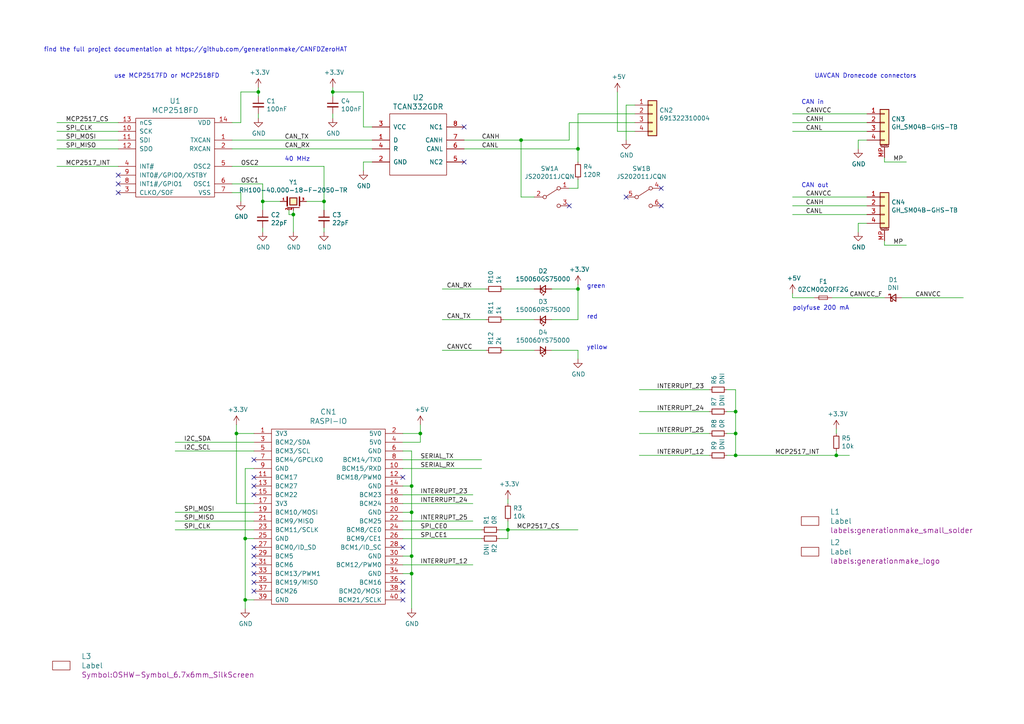
<source format=kicad_sch>
(kicad_sch (version 20211123) (generator eeschema)
  (paper "A4")
  (title_block (title "CANFDZeroHAT") (date "2023-08-24") (rev "0.3") (company "generationmake"))
  (lib_symbols
    (symbol "CANFDZeroHAT-rescue:Crystal_SMD_4Pad-devices" (pin_names (offset 1.016) hide)
      (property "Reference" "Y" (at 0 2.286 0))
      (property "Value" "Crystal_SMD_4Pad-devices" (at 2.54 -2.54 0))
      (symbol "Crystal_SMD_4Pad-devices_0_1"
        (polyline (pts (xy -1.778 -1.778) (xy 1.778 -1.778)))
        (polyline (pts (xy -1.778 -1.778) (xy 1.778 -1.778)))
        (polyline (pts (xy -1.778 1.27) (xy -1.778 -1.27)) (stroke (width 0.4064)))
        (polyline (pts (xy -1.778 1.27) (xy -1.778 -1.27)) (stroke (width 0.4064)))
        (polyline (pts (xy 1.778 1.27) (xy 1.778 -1.27)) (stroke (width 0.4064)))
        (polyline (pts (xy -1.016 1.016) (xy 1.016 1.016) (xy 1.016 -1.016) (xy -1.016 -1.016) (xy -1.016 1.016)) (stroke (width 0.3048)) (fill (type background)))
      )
      (symbol "Crystal_SMD_4Pad-devices_1_1"
        (pin passive line (at -3.81 0 0) (length 1.905) (name "1") (number "1"))
        (pin passive line (at -1.27 -2.54 90) (length 0.7112) (name "case") (number "2"))
        (pin passive line (at 3.81 0 180) (length 1.905) (name "3") (number "3"))
        (pin passive line (at 0 -2.54 90) (length 0.7112) (name "case") (number "4"))
      )
    )
    (symbol "CANFDZeroHAT-rescue:MCP2517FD-IC_transceiver_can" (pin_names (offset 1.016))
      (property "Reference" "U" (at 0 12.7 0))
      (property "Value" "MCP2517FD-IC_transceiver_can" (at 0 -12.7 0))
      (property "Footprint" "SOIC:SOIC-14_3.9x8.7mm_Pitch1.27mm" (at -2.54 10.16 0))
      (symbol "MCP2517FD-IC_transceiver_can_0_1"
        (rectangle (start -11.43 11.43) (end 11.43 -11.43))
      )
      (symbol "MCP2517FD-IC_transceiver_can_1_1"
        (pin input line (at 16.51 5.08 180) (length 5.08) (name "TXCAN") (number "1"))
        (pin input line (at -16.51 7.62 0) (length 5.08) (name "SCK") (number "10"))
        (pin input line (at -16.51 5.08 0) (length 5.08) (name "SDI") (number "11"))
        (pin input line (at -16.51 2.54 0) (length 5.08) (name "SDO") (number "12"))
        (pin input line (at -16.51 10.16 0) (length 5.08) (name "nCS") (number "13"))
        (pin input line (at 16.51 10.16 180) (length 5.08) (name "VDD") (number "14"))
        (pin input line (at 16.51 2.54 180) (length 5.08) (name "RXCAN") (number "2"))
        (pin input line (at -16.51 -10.16 0) (length 5.08) (name "CLKO/SOF") (number "3"))
        (pin input line (at -16.51 -2.54 0) (length 5.08) (name "INT#") (number "4"))
        (pin input line (at 16.51 -2.54 180) (length 5.08) (name "OSC2") (number "5"))
        (pin input line (at 16.51 -7.62 180) (length 5.08) (name "OSC1") (number "6"))
        (pin input line (at 16.51 -10.16 180) (length 5.08) (name "VSS") (number "7"))
        (pin input line (at -16.51 -7.62 0) (length 5.08) (name "INT1#/GPIO1") (number "8"))
        (pin input line (at -16.51 -5.08 0) (length 5.08) (name "INT0#/GPIO0/XSTBY") (number "9"))
      )
    )
    (symbol "CANFDZeroHAT-rescue:RASPI-IO-MODULE_compute" (pin_names (offset 1.016))
      (property "Reference" "CN" (at 0 26.67 0))
      (property "Value" "RASPI-IO-MODULE_compute" (at 0 -26.67 0))
      (symbol "RASPI-IO-MODULE_compute_0_1"
        (rectangle (start -16.51 25.4) (end 16.51 -25.4))
      )
      (symbol "RASPI-IO-MODULE_compute_1_1"
        (pin input line (at -21.59 24.13 0) (length 5.08) (name "3V3") (number "1"))
        (pin input line (at 21.59 13.97 180) (length 5.08) (name "BCM15/RXD") (number "10"))
        (pin input line (at -21.59 11.43 0) (length 5.08) (name "BCM17") (number "11"))
        (pin input line (at 21.59 11.43 180) (length 5.08) (name "BCM18/PWM0") (number "12"))
        (pin input line (at -21.59 8.89 0) (length 5.08) (name "BCM27") (number "13"))
        (pin input line (at 21.59 8.89 180) (length 5.08) (name "GND") (number "14"))
        (pin input line (at -21.59 6.35 0) (length 5.08) (name "BCM22") (number "15"))
        (pin input line (at 21.59 6.35 180) (length 5.08) (name "BCM23") (number "16"))
        (pin input line (at -21.59 3.81 0) (length 5.08) (name "3V3") (number "17"))
        (pin input line (at 21.59 3.81 180) (length 5.08) (name "BCM24") (number "18"))
        (pin input line (at -21.59 1.27 0) (length 5.08) (name "BCM10/MOSI") (number "19"))
        (pin input line (at 21.59 24.13 180) (length 5.08) (name "5V0") (number "2"))
        (pin input line (at 21.59 1.27 180) (length 5.08) (name "GND") (number "20"))
        (pin input line (at -21.59 -1.27 0) (length 5.08) (name "BCM9/MISO") (number "21"))
        (pin input line (at 21.59 -1.27 180) (length 5.08) (name "BCM25") (number "22"))
        (pin input line (at -21.59 -3.81 0) (length 5.08) (name "BCM11/SCLK") (number "23"))
        (pin input line (at 21.59 -3.81 180) (length 5.08) (name "BCM8/CE0") (number "24"))
        (pin input line (at -21.59 -6.35 0) (length 5.08) (name "GND") (number "25"))
        (pin input line (at 21.59 -6.35 180) (length 5.08) (name "BCM9/CE1") (number "26"))
        (pin input line (at -21.59 -8.89 0) (length 5.08) (name "BCM0/ID_SD") (number "27"))
        (pin input line (at 21.59 -8.89 180) (length 5.08) (name "BCM1/ID_SC") (number "28"))
        (pin input line (at -21.59 -11.43 0) (length 5.08) (name "BCM5") (number "29"))
        (pin input line (at -21.59 21.59 0) (length 5.08) (name "BCM2/SDA") (number "3"))
        (pin input line (at 21.59 -11.43 180) (length 5.08) (name "GND") (number "30"))
        (pin input line (at -21.59 -13.97 0) (length 5.08) (name "BCM6") (number "31"))
        (pin input line (at 21.59 -13.97 180) (length 5.08) (name "BCM12/PWM0") (number "32"))
        (pin input line (at -21.59 -16.51 0) (length 5.08) (name "BCM13/PWM1") (number "33"))
        (pin input line (at 21.59 -16.51 180) (length 5.08) (name "GND") (number "34"))
        (pin input line (at -21.59 -19.05 0) (length 5.08) (name "BCM19/MISO") (number "35"))
        (pin input line (at 21.59 -19.05 180) (length 5.08) (name "BCM16") (number "36"))
        (pin input line (at -21.59 -21.59 0) (length 5.08) (name "BCM26") (number "37"))
        (pin input line (at 21.59 -21.59 180) (length 5.08) (name "BCM20/MOSI") (number "38"))
        (pin input line (at -21.59 -24.13 0) (length 5.08) (name "GND") (number "39"))
        (pin input line (at 21.59 21.59 180) (length 5.08) (name "5V0") (number "4"))
        (pin input line (at 21.59 -24.13 180) (length 5.08) (name "BCM21/SCLK") (number "40"))
        (pin input line (at -21.59 19.05 0) (length 5.08) (name "BCM3/SCL") (number "5"))
        (pin input line (at 21.59 19.05 180) (length 5.08) (name "GND") (number "6"))
        (pin input line (at -21.59 16.51 0) (length 5.08) (name "BCM4/GPCLK0") (number "7"))
        (pin input line (at 21.59 16.51 180) (length 5.08) (name "BCM14/TXD") (number "8"))
        (pin input line (at -21.59 13.97 0) (length 5.08) (name "GND") (number "9"))
      )
    )
    (symbol "CANFDZeroHAT-rescue:SN65HVD232-CAN-transceiver" (pin_names (offset 1.016))
      (property "Reference" "U" (at 12.7 16.51 0))
      (property "Value" "SN65HVD232-CAN-transceiver" (at 12.7 1.27 0))
      (symbol "SN65HVD232-CAN-transceiver_0_1"
        (rectangle (start 5.08 17.78) (end 21.59 0))
      )
      (symbol "SN65HVD232-CAN-transceiver_1_1"
        (pin output line (at 0 10.16 0) (length 5.08) (name "D") (number "1"))
        (pin power_in line (at 0 3.81 0) (length 5.08) (name "GND") (number "2"))
        (pin power_in line (at 0 13.97 0) (length 5.08) (name "VCC") (number "3"))
        (pin input line (at 0 7.62 0) (length 5.08) (name "R") (number "4"))
        (pin bidirectional line (at 26.67 3.81 180) (length 5.08) (name "NC2") (number "5"))
        (pin bidirectional line (at 26.67 7.62 180) (length 5.08) (name "CANL") (number "6"))
        (pin bidirectional line (at 26.67 10.16 180) (length 5.08) (name "CANH") (number "7"))
        (pin bidirectional line (at 26.67 13.97 180) (length 5.08) (name "NC1") (number "8"))
      )
    )
    (symbol "Connector_Generic:Conn_01x04" (pin_names (offset 1.016) hide)
      (property "Reference" "J" (at 0 5.08 0))
      (property "Value" "Conn_01x04" (at 0 -7.62 0))
      (symbol "Conn_01x04_1_1"
        (rectangle (start -1.27 -4.953) (end 0 -5.207) (stroke (width 0.1524)))
        (rectangle (start -1.27 -2.413) (end 0 -2.667) (stroke (width 0.1524)))
        (rectangle (start -1.27 0.127) (end 0 -0.127) (stroke (width 0.1524)))
        (rectangle (start -1.27 2.667) (end 0 2.413) (stroke (width 0.1524)))
        (rectangle (start -1.27 3.81) (end 1.27 -6.35) (stroke (width 0.254)) (fill (type background)))
        (pin passive line (at -5.08 2.54 0) (length 3.81) (name "Pin_1") (number "1"))
        (pin passive line (at -5.08 0 0) (length 3.81) (name "Pin_2") (number "2"))
        (pin passive line (at -5.08 -2.54 0) (length 3.81) (name "Pin_3") (number "3"))
        (pin passive line (at -5.08 -5.08 0) (length 3.81) (name "Pin_4") (number "4"))
      )
    )
    (symbol "Connector_Generic_MountingPin:Conn_01x04_MountingPin" (pin_names (offset 1.016) hide)
      (property "Reference" "J" (at 0 5.08 0))
      (property "Value" "Conn_01x04_MountingPin" (at 1.27 -7.62 0))
      (symbol "Conn_01x04_MountingPin_1_1"
        (rectangle (start -1.27 -4.953) (end 0 -5.207) (stroke (width 0.1524)))
        (rectangle (start -1.27 -2.413) (end 0 -2.667) (stroke (width 0.1524)))
        (rectangle (start -1.27 0.127) (end 0 -0.127) (stroke (width 0.1524)))
        (rectangle (start -1.27 2.667) (end 0 2.413) (stroke (width 0.1524)))
        (rectangle (start -1.27 3.81) (end 1.27 -6.35) (stroke (width 0.254)) (fill (type background)))
        (polyline (pts (xy -1.016 -7.112) (xy 1.016 -7.112)) (stroke (width 0.1524)))
        (text "Mounting" (at 0 -6.731 0) (effects (font (size 0.381 0.381))))
        (pin passive line (at -5.08 2.54 0) (length 3.81) (name "Pin_1") (number "1"))
        (pin passive line (at -5.08 0 0) (length 3.81) (name "Pin_2") (number "2"))
        (pin passive line (at -5.08 -2.54 0) (length 3.81) (name "Pin_3") (number "3"))
        (pin passive line (at -5.08 -5.08 0) (length 3.81) (name "Pin_4") (number "4"))
        (pin passive line (at 0 -10.16 90) (length 3.048) (name "MountPin") (number "MP"))
      )
    )
    (symbol "Device:C_Small" (pin_numbers hide) (pin_names (offset 0.254) hide)
      (property "Reference" "C" (at 0.254 1.778 0))
      (property "Value" "C_Small" (at 0.254 -2.032 0))
      (symbol "C_Small_0_1"
        (polyline (pts (xy -1.524 -0.508) (xy 1.524 -0.508)) (stroke (width 0.3302)))
        (polyline (pts (xy -1.524 0.508) (xy 1.524 0.508)) (stroke (width 0.3048)))
      )
      (symbol "C_Small_1_1"
        (pin passive line (at 0 2.54 270) (length 2.032) (name "~") (number "1"))
        (pin passive line (at 0 -2.54 90) (length 2.032) (name "~") (number "2"))
      )
    )
    (symbol "Device:D_Schottky_Small" (pin_numbers hide) (pin_names (offset 0.254) hide)
      (property "Reference" "D" (at -1.27 2.032 0))
      (property "Value" "D_Schottky_Small" (at -7.112 -2.032 0))
      (symbol "D_Schottky_Small_0_1"
        (polyline (pts (xy -0.762 0) (xy 0.762 0)))
        (polyline (pts (xy 0.762 -1.016) (xy -0.762 0) (xy 0.762 1.016) (xy 0.762 -1.016)) (stroke (width 0.254)))
        (polyline (pts (xy -1.27 0.762) (xy -1.27 1.016) (xy -0.762 1.016) (xy -0.762 -1.016) (xy -0.254 -1.016) (xy -0.254 -0.762)) (stroke (width 0.254)))
      )
      (symbol "D_Schottky_Small_1_1"
        (pin passive line (at -2.54 0 0) (length 1.778) (name "K") (number "1"))
        (pin passive line (at 2.54 0 180) (length 1.778) (name "A") (number "2"))
      )
    )
    (symbol "Device:Fuse_Small" (pin_numbers hide) (pin_names (offset 0.254) hide)
      (property "Reference" "F" (at 0 -1.524 0))
      (property "Value" "Fuse_Small" (at 0 1.524 0))
      (symbol "Fuse_Small_0_1"
        (rectangle (start -1.27 0.508) (end 1.27 -0.508))
        (polyline (pts (xy -1.27 0) (xy 1.27 0)))
      )
      (symbol "Fuse_Small_1_1"
        (pin passive line (at -2.54 0 0) (length 1.27) (name "~") (number "1"))
        (pin passive line (at 2.54 0 180) (length 1.27) (name "~") (number "2"))
      )
    )
    (symbol "Device:LED_Small" (pin_numbers hide) (pin_names (offset 0.254) hide)
      (property "Reference" "D" (at -1.27 3.175 0))
      (property "Value" "LED_Small" (at -4.445 -2.54 0))
      (symbol "LED_Small_0_1"
        (polyline (pts (xy -0.762 -1.016) (xy -0.762 1.016)) (stroke (width 0.254)))
        (polyline (pts (xy 1.016 0) (xy -0.762 0)))
        (polyline (pts (xy 0.762 -1.016) (xy -0.762 0) (xy 0.762 1.016) (xy 0.762 -1.016)) (stroke (width 0.254)))
        (polyline (pts (xy 0 0.762) (xy -0.508 1.27) (xy -0.254 1.27) (xy -0.508 1.27) (xy -0.508 1.016)))
        (polyline (pts (xy 0.508 1.27) (xy 0 1.778) (xy 0.254 1.778) (xy 0 1.778) (xy 0 1.524)))
      )
      (symbol "LED_Small_1_1"
        (pin passive line (at -2.54 0 0) (length 1.778) (name "K") (number "1"))
        (pin passive line (at 2.54 0 180) (length 1.778) (name "A") (number "2"))
      )
    )
    (symbol "Device:R_Small" (pin_numbers hide) (pin_names (offset 0.254) hide)
      (property "Reference" "R" (at 0.762 0.508 0))
      (property "Value" "R_Small" (at 0.762 -1.016 0))
      (symbol "R_Small_0_1"
        (rectangle (start -0.762 1.778) (end 0.762 -1.778) (stroke (width 0.2032)))
      )
      (symbol "R_Small_1_1"
        (pin passive line (at 0 2.54 270) (length 0.762) (name "~") (number "1"))
        (pin passive line (at 0 -2.54 90) (length 0.762) (name "~") (number "2"))
      )
    )
    (symbol "Switch:SW_DPDT_x2" (pin_names (offset 0) hide)
      (property "Reference" "SW" (at 0 4.318 0))
      (property "Value" "SW_DPDT_x2" (at 0 -5.08 0))
      (symbol "SW_DPDT_x2_0_0"
        (circle (center -2.032 0) (radius 0.508))
        (circle (center 2.032 -2.54) (radius 0.508))
      )
      (symbol "SW_DPDT_x2_0_1"
        (polyline (pts (xy -1.524 0.254) (xy 1.651 2.286)))
        (circle (center 2.032 2.54) (radius 0.508))
      )
      (symbol "SW_DPDT_x2_1_1"
        (pin passive line (at 5.08 2.54 180) (length 2.54) (name "A") (number "1"))
        (pin passive line (at -5.08 0 0) (length 2.54) (name "B") (number "2"))
        (pin passive line (at 5.08 -2.54 180) (length 2.54) (name "C") (number "3"))
      )
      (symbol "SW_DPDT_x2_2_1"
        (pin passive line (at 5.08 2.54 180) (length 2.54) (name "A") (number "4"))
        (pin passive line (at -5.08 0 0) (length 2.54) (name "B") (number "5"))
        (pin passive line (at 5.08 -2.54 180) (length 2.54) (name "C") (number "6"))
      )
    )
    (symbol "generationmake:Label"
      (property "Reference" "L" (at 0 0 0))
      (property "Value" "Label" (at 0 0 0))
      (symbol "Label_0_1"
        (rectangle (start -2.54 1.27) (end 2.54 -1.27))
      )
    )
    (symbol "power:+3.3V" (power) (pin_names (offset 0))
      (property "Value" "+3.3V" (at 0 3.556 0))
      (symbol "+3.3V_0_1"
        (polyline (pts (xy -0.762 1.27) (xy 0 2.54)))
        (polyline (pts (xy 0 0) (xy 0 2.54)))
        (polyline (pts (xy 0 2.54) (xy 0.762 1.27)))
      )
      (symbol "+3.3V_1_1"
        (pin power_in line (at 0 0 90) (length 0) hide (name "+3.3V") (number "1"))
      )
    )
    (symbol "power:+5V" (power) (pin_names (offset 0))
      (property "Value" "+5V" (at 0 3.556 0))
      (symbol "+5V_0_1"
        (polyline (pts (xy -0.762 1.27) (xy 0 2.54)))
        (polyline (pts (xy 0 0) (xy 0 2.54)))
        (polyline (pts (xy 0 2.54) (xy 0.762 1.27)))
      )
      (symbol "+5V_1_1"
        (pin power_in line (at 0 0 90) (length 0) hide (name "+5V") (number "1"))
      )
    )
    (symbol "power:GND" (power) (pin_names (offset 0))
      (property "Value" "GND" (at 0 -3.81 0))
      (symbol "GND_0_1"
        (polyline (pts (xy 0 0) (xy 0 -1.27) (xy 1.27 -1.27) (xy 0 -2.54) (xy -1.27 -1.27) (xy 0 -1.27)))
      )
      (symbol "GND_1_1"
        (pin power_in line (at 0 0 270) (length 0) hide (name "GND") (number "1"))
      )
    )
  )
  (junction (at 71.12 173.99))
  (junction (at 85.09 62.23))
  (junction (at 96.52 26.67))
  (junction (at 93.98 58.42))
  (junction (at 167.64 43.18))
  (junction (at 68.58 125.73))
  (junction (at 71.12 156.21))
  (junction (at 76.2 58.42))
  (junction (at 119.38 166.37))
  (junction (at 213.36 132.08))
  (junction (at 213.36 125.73))
  (junction (at 167.64 83.82))
  (junction (at 213.36 119.38))
  (junction (at 119.38 148.59))
  (junction (at 242.57 132.08))
  (junction (at 74.93 26.67))
  (junction (at 147.32 153.67))
  (junction (at 119.38 161.29))
  (junction (at 119.38 140.97))
  (junction (at 121.92 125.73))
  (junction (at 151.13 40.64))
  (no_connect (at 134.62 46.99))
  (no_connect (at 73.66 138.43))
  (no_connect (at 73.66 140.97))
  (no_connect (at 73.66 171.45))
  (no_connect (at 165.1 59.69))
  (no_connect (at 73.66 168.91))
  (no_connect (at 73.66 166.37))
  (no_connect (at 73.66 133.35))
  (no_connect (at 73.66 143.51))
  (no_connect (at 73.66 161.29))
  (no_connect (at 134.62 36.83))
  (no_connect (at 191.77 54.61))
  (no_connect (at 116.84 168.91))
  (no_connect (at 116.84 158.75))
  (no_connect (at 116.84 173.99))
  (no_connect (at 181.61 57.15))
  (no_connect (at 191.77 59.69))
  (no_connect (at 34.29 55.88))
  (no_connect (at 116.84 171.45))
  (no_connect (at 34.29 53.34))
  (no_connect (at 116.84 138.43))
  (no_connect (at 73.66 163.83))
  (no_connect (at 34.29 50.8))
  (no_connect (at 73.66 158.75))
  (wire (pts (xy 167.64 46.99) (xy 167.64 43.18)))
  (wire (pts (xy 76.2 58.42) (xy 76.2 60.96)))
  (wire (pts (xy 185.42 119.38) (xy 205.74 119.38)))
  (wire (pts (xy 242.57 132.08) (xy 246.38 132.08)))
  (wire (pts (xy 144.78 153.67) (xy 147.32 153.67)))
  (wire (pts (xy 185.42 125.73) (xy 205.74 125.73)))
  (wire (pts (xy 116.84 125.73) (xy 121.92 125.73)))
  (wire (pts (xy 167.64 101.6) (xy 167.64 104.14)))
  (wire (pts (xy 213.36 119.38) (xy 213.36 125.73)))
  (wire (pts (xy 76.2 66.04) (xy 76.2 67.31)))
  (wire (pts (xy 69.85 26.67) (xy 74.93 26.67)))
  (wire (pts (xy 165.1 40.64) (xy 165.1 35.56)))
  (wire (pts (xy 167.64 43.18) (xy 167.64 33.02)))
  (wire (pts (xy 229.87 57.15) (xy 251.46 57.15)))
  (wire (pts (xy 119.38 161.29) (xy 119.38 166.37)))
  (wire (pts (xy 50.8 148.59) (xy 73.66 148.59)))
  (wire (pts (xy 210.82 125.73) (xy 213.36 125.73)))
  (wire (pts (xy 96.52 26.67) (xy 105.41 26.67)))
  (wire (pts (xy 116.84 166.37) (xy 119.38 166.37)))
  (wire (pts (xy 229.87 86.36) (xy 229.87 85.09)))
  (wire (pts (xy 69.85 35.56) (xy 69.85 26.67)))
  (wire (pts (xy 139.7 156.21) (xy 116.84 156.21)))
  (wire (pts (xy 134.62 43.18) (xy 167.64 43.18)))
  (wire (pts (xy 68.58 125.73) (xy 68.58 123.19)))
  (wire (pts (xy 50.8 130.81) (xy 73.66 130.81)))
  (wire (pts (xy 74.93 33.02) (xy 74.93 34.29)))
  (wire (pts (xy 116.84 140.97) (xy 119.38 140.97)))
  (wire (pts (xy 96.52 25.4) (xy 96.52 26.67)))
  (wire (pts (xy 74.93 27.94) (xy 74.93 26.67)))
  (wire (pts (xy 151.13 57.15) (xy 154.94 57.15)))
  (wire (pts (xy 105.41 26.67) (xy 105.41 36.83)))
  (wire (pts (xy 67.31 40.64) (xy 107.95 40.64)))
  (wire (pts (xy 185.42 132.08) (xy 205.74 132.08)))
  (wire (pts (xy 160.02 92.71) (xy 167.64 92.71)))
  (wire (pts (xy 81.28 58.42) (xy 76.2 58.42)))
  (wire (pts (xy 262.89 71.12) (xy 256.54 71.12)))
  (wire (pts (xy 256.54 46.99) (xy 256.54 45.72)))
  (wire (pts (xy 210.82 119.38) (xy 213.36 119.38)))
  (wire (pts (xy 83.82 62.23) (xy 85.09 62.23)))
  (wire (pts (xy 93.98 66.04) (xy 93.98 67.31)))
  (wire (pts (xy 147.32 144.78) (xy 147.32 146.05)))
  (wire (pts (xy 93.98 48.26) (xy 93.98 58.42)))
  (wire (pts (xy 16.51 35.56) (xy 34.29 35.56)))
  (wire (pts (xy 185.42 113.03) (xy 205.74 113.03)))
  (wire (pts (xy 119.38 148.59) (xy 119.38 161.29)))
  (wire (pts (xy 116.84 130.81) (xy 119.38 130.81)))
  (wire (pts (xy 116.84 143.51) (xy 137.16 143.51)))
  (wire (pts (xy 107.95 43.18) (xy 67.31 43.18)))
  (wire (pts (xy 119.38 130.81) (xy 119.38 140.97)))
  (wire (pts (xy 128.27 92.71) (xy 140.97 92.71)))
  (wire (pts (xy 229.87 38.1) (xy 251.46 38.1)))
  (wire (pts (xy 139.7 133.35) (xy 116.84 133.35)))
  (wire (pts (xy 67.31 48.26) (xy 93.98 48.26)))
  (wire (pts (xy 73.66 146.05) (xy 68.58 146.05)))
  (wire (pts (xy 251.46 40.64) (xy 248.92 40.64)))
  (wire (pts (xy 16.51 48.26) (xy 34.29 48.26)))
  (wire (pts (xy 116.84 128.27) (xy 121.92 128.27)))
  (wire (pts (xy 50.8 128.27) (xy 73.66 128.27)))
  (wire (pts (xy 139.7 153.67) (xy 116.84 153.67)))
  (wire (pts (xy 262.89 46.99) (xy 256.54 46.99)))
  (wire (pts (xy 105.41 36.83) (xy 107.95 36.83)))
  (wire (pts (xy 147.32 156.21) (xy 147.32 153.67)))
  (wire (pts (xy 147.32 151.13) (xy 147.32 153.67)))
  (wire (pts (xy 73.66 125.73) (xy 68.58 125.73)))
  (wire (pts (xy 119.38 140.97) (xy 119.38 148.59)))
  (wire (pts (xy 116.84 161.29) (xy 119.38 161.29)))
  (wire (pts (xy 167.64 33.02) (xy 184.15 33.02)))
  (wire (pts (xy 165.1 54.61) (xy 167.64 54.61)))
  (wire (pts (xy 73.66 173.99) (xy 71.12 173.99)))
  (wire (pts (xy 116.84 148.59) (xy 119.38 148.59)))
  (wire (pts (xy 134.62 40.64) (xy 151.13 40.64)))
  (wire (pts (xy 119.38 166.37) (xy 119.38 176.53)))
  (wire (pts (xy 50.8 153.67) (xy 73.66 153.67)))
  (wire (pts (xy 251.46 64.77) (xy 248.92 64.77)))
  (wire (pts (xy 121.92 125.73) (xy 121.92 128.27)))
  (wire (pts (xy 116.84 163.83) (xy 137.16 163.83)))
  (wire (pts (xy 279.4 86.36) (xy 261.62 86.36)))
  (wire (pts (xy 71.12 135.89) (xy 71.12 156.21)))
  (wire (pts (xy 50.8 151.13) (xy 73.66 151.13)))
  (wire (pts (xy 85.09 60.96) (xy 85.09 62.23)))
  (wire (pts (xy 71.12 173.99) (xy 71.12 176.53)))
  (wire (pts (xy 96.52 26.67) (xy 96.52 27.94)))
  (wire (pts (xy 229.87 62.23) (xy 251.46 62.23)))
  (wire (pts (xy 76.2 53.34) (xy 76.2 58.42)))
  (wire (pts (xy 181.61 30.48) (xy 181.61 40.64)))
  (wire (pts (xy 151.13 40.64) (xy 151.13 57.15)))
  (wire (pts (xy 68.58 146.05) (xy 68.58 125.73)))
  (wire (pts (xy 165.1 35.56) (xy 184.15 35.56)))
  (wire (pts (xy 83.82 60.96) (xy 83.82 62.23)))
  (wire (pts (xy 167.64 83.82) (xy 167.64 92.71)))
  (wire (pts (xy 73.66 135.89) (xy 71.12 135.89)))
  (wire (pts (xy 139.7 135.89) (xy 116.84 135.89)))
  (wire (pts (xy 160.02 83.82) (xy 167.64 83.82)))
  (wire (pts (xy 146.05 92.71) (xy 154.94 92.71)))
  (wire (pts (xy 167.64 83.82) (xy 167.64 82.55)))
  (wire (pts (xy 210.82 132.08) (xy 213.36 132.08)))
  (wire (pts (xy 242.57 130.81) (xy 242.57 132.08)))
  (wire (pts (xy 69.85 55.88) (xy 69.85 58.42)))
  (wire (pts (xy 116.84 146.05) (xy 137.16 146.05)))
  (wire (pts (xy 16.51 43.18) (xy 34.29 43.18)))
  (wire (pts (xy 105.41 46.99) (xy 105.41 49.53)))
  (wire (pts (xy 121.92 123.19) (xy 121.92 125.73)))
  (wire (pts (xy 242.57 124.46) (xy 242.57 125.73)))
  (wire (pts (xy 146.05 83.82) (xy 154.94 83.82)))
  (wire (pts (xy 147.32 153.67) (xy 167.64 153.67)))
  (wire (pts (xy 67.31 35.56) (xy 69.85 35.56)))
  (wire (pts (xy 88.9 58.42) (xy 93.98 58.42)))
  (wire (pts (xy 151.13 40.64) (xy 165.1 40.64)))
  (wire (pts (xy 241.3 86.36) (xy 256.54 86.36)))
  (wire (pts (xy 160.02 101.6) (xy 167.64 101.6)))
  (wire (pts (xy 229.87 59.69) (xy 251.46 59.69)))
  (wire (pts (xy 229.87 35.56) (xy 251.46 35.56)))
  (wire (pts (xy 128.27 101.6) (xy 140.97 101.6)))
  (wire (pts (xy 229.87 33.02) (xy 251.46 33.02)))
  (wire (pts (xy 16.51 38.1) (xy 34.29 38.1)))
  (wire (pts (xy 116.84 151.13) (xy 137.16 151.13)))
  (wire (pts (xy 96.52 33.02) (xy 96.52 34.29)))
  (wire (pts (xy 210.82 113.03) (xy 213.36 113.03)))
  (wire (pts (xy 73.66 156.21) (xy 71.12 156.21)))
  (wire (pts (xy 107.95 46.99) (xy 105.41 46.99)))
  (wire (pts (xy 74.93 26.67) (xy 74.93 25.4)))
  (wire (pts (xy 179.07 38.1) (xy 179.07 26.67)))
  (wire (pts (xy 146.05 101.6) (xy 154.94 101.6)))
  (wire (pts (xy 167.64 52.07) (xy 167.64 54.61)))
  (wire (pts (xy 144.78 156.21) (xy 147.32 156.21)))
  (wire (pts (xy 256.54 71.12) (xy 256.54 69.85)))
  (wire (pts (xy 93.98 58.42) (xy 93.98 60.96)))
  (wire (pts (xy 248.92 64.77) (xy 248.92 67.31)))
  (wire (pts (xy 128.27 83.82) (xy 140.97 83.82)))
  (wire (pts (xy 213.36 125.73) (xy 213.36 132.08)))
  (wire (pts (xy 184.15 30.48) (xy 181.61 30.48)))
  (wire (pts (xy 184.15 38.1) (xy 179.07 38.1)))
  (wire (pts (xy 213.36 113.03) (xy 213.36 119.38)))
  (wire (pts (xy 67.31 53.34) (xy 76.2 53.34)))
  (wire (pts (xy 213.36 132.08) (xy 242.57 132.08)))
  (wire (pts (xy 67.31 55.88) (xy 69.85 55.88)))
  (wire (pts (xy 85.09 62.23) (xy 85.09 67.31)))
  (wire (pts (xy 71.12 156.21) (xy 71.12 173.99)))
  (wire (pts (xy 16.51 40.64) (xy 34.29 40.64)))
  (wire (pts (xy 229.87 86.36) (xy 236.22 86.36)))
  (wire (pts (xy 248.92 40.64) (xy 248.92 43.18)))
  (text "green" (at 170.18 83.82 0) (effects (font (size 1.27 1.27)) (justify left bottom)))
  (text "find the full project documentation at https://github.com/generationmake/CANFDZeroHAT" (at 12.7 15.24 0) (effects (font (size 1.27 1.27)) (justify left bottom)))
  (text "CAN in" (at 232.41 30.48 0) (effects (font (size 1.27 1.27)) (justify left bottom)))
  (text "CAN out" (at 232.41 54.61 0) (effects (font (size 1.27 1.27)) (justify left bottom)))
  (text "UAVCAN Dronecode connectors" (at 236.22 22.86 0) (effects (font (size 1.27 1.27)) (justify left bottom)))
  (text "red" (at 170.18 92.71 0) (effects (font (size 1.27 1.27)) (justify left bottom)))
  (text "40 MHz" (at 82.55 46.99 0) (effects (font (size 1.27 1.27)) (justify left bottom)))
  (text "yellow" (at 170.18 101.6 0) (effects (font (size 1.27 1.27)) (justify left bottom)))
  (text "polyfuse 200 mA" (at 229.87 90.17 0) (effects (font (size 1.27 1.27)) (justify left bottom)))
  (text "use MCP2517FD or MCP2518FD" (at 33.02 22.86 0) (effects (font (size 1.27 1.27)) (justify left bottom)))
  (label "CAN_TX" (at 129.54 92.71 0))
  (label "SPI_CE0" (at 121.92 153.67 0))
  (label "OSC1" (at 69.85 53.34 0))
  (label "INTERRUPT_12" (at 121.92 163.83 0))
  (label "INTERRUPT_24" (at 121.92 146.05 0))
  (label "MP" (at 259.08 71.12 0))
  (label "CANH" (at 233.68 59.69 0))
  (label "INTERRUPT_25" (at 121.92 151.13 0))
  (label "MP" (at 259.08 46.99 0))
  (label "CANL" (at 233.68 38.1 0))
  (label "SPI_MISO" (at 19.05 43.18 0))
  (label "CANVCC" (at 233.68 33.02 0))
  (label "MCP2517_INT" (at 224.79 132.08 0))
  (label "CANH" (at 139.7 40.64 0))
  (label "MCP2517_CS" (at 149.86 153.67 0))
  (label "CANL" (at 233.68 62.23 0))
  (label "MCP2517_CS" (at 19.05 35.56 0))
  (label "INTERRUPT_12" (at 190.5 132.08 0))
  (label "INTERRUPT_24" (at 190.5 119.38 0))
  (label "CANVCC_F" (at 246.38 86.36 0))
  (label "CAN_RX" (at 129.54 83.82 0))
  (label "INTERRUPT_23" (at 190.5 113.03 0))
  (label "I2C_SDA" (at 53.34 128.27 0))
  (label "INTERRUPT_23" (at 121.92 143.51 0))
  (label "CANL" (at 139.7 43.18 0))
  (label "SERIAL_TX" (at 121.92 133.35 0))
  (label "SPI_CLK" (at 19.05 38.1 0))
  (label "CAN_TX" (at 82.55 40.64 0))
  (label "CANVCC" (at 233.68 57.15 0))
  (label "SPI_MOSI" (at 19.05 40.64 0))
  (label "OSC2" (at 69.85 48.26 0))
  (label "I2C_SCL" (at 53.34 130.81 0))
  (label "SERIAL_RX" (at 121.92 135.89 0))
  (label "SPI_MOSI" (at 53.34 148.59 0))
  (label "CANVCC" (at 129.54 101.6 0))
  (label "INTERRUPT_25" (at 190.5 125.73 0))
  (label "SPI_MISO" (at 53.34 151.13 0))
  (label "MCP2517_INT" (at 19.05 48.26 0))
  (label "CANVCC" (at 265.43 86.36 0))
  (label "SPI_CLK" (at 53.34 153.67 0))
  (label "SPI_CE1" (at 121.92 156.21 0))
  (label "CAN_RX" (at 82.55 43.18 0))
  (label "CANH" (at 233.68 35.56 0))
  (symbol (lib_id "CANFDZeroHAT-rescue:RASPI-IO-MODULE_compute") (at 95.25 149.86 0) (unit 1)
    (property "Reference" "CN1" (at 95.25 119.4562 0) (effects (font (size 1.524 1.524))))
    (property "Value" "RASPI-IO" (at 95.25 122.1486 0) (effects (font (size 1.524 1.524))))
    (property "Footprint" "MODULE_compute:RASPI_ZERO_HAT_EDGE" (effects hide))
  )
  (symbol (lib_id "power:+3.3V") (at 68.58 123.19 0) (unit 1)
    (property "Reference" "#PWR0101" (effects hide))
    (property "Value" "+3V3" (at 68.961 118.7958 0))
  )
  (symbol (lib_id "power:GND") (at 71.12 176.53 0) (unit 1)
    (property "Reference" "#PWR0102" (effects hide))
    (property "Value" "GND" (at 71.247 180.9242 0))
  )
  (symbol (lib_id "power:GND") (at 119.38 176.53 0) (unit 1)
    (property "Reference" "#PWR0103" (effects hide))
    (property "Value" "GND" (at 119.507 180.9242 0))
  )
  (symbol (lib_id "power:+5V") (at 121.92 123.19 0) (unit 1)
    (property "Reference" "#PWR0104" (effects hide))
    (property "Value" "+5V" (at 122.301 118.7958 0))
  )
  (symbol (lib_id "CANFDZeroHAT-rescue:MCP2517FD-IC_transceiver_can") (at 50.8 45.72 0) (unit 1)
    (property "Reference" "U1" (at 50.8 29.2862 0) (effects (font (size 1.524 1.524))))
    (property "Value" "MCP2518FD" (at 50.8 31.9786 0) (effects (font (size 1.524 1.524))))
    (property "Footprint" "SOIC:SOIC-14_3.9x8.7mm_Pitch1.27mm" (effects hide))
  )
  (symbol (lib_id "power:GND") (at 69.85 58.42 0) (unit 1)
    (property "Reference" "#PWR01" (effects hide))
    (property "Value" "GND" (at 69.977 62.8142 0))
  )
  (symbol (lib_id "Device:C_Small") (at 74.93 30.48 0) (unit 1)
    (property "Reference" "C1" (at 77.2668 29.3116 0) (effects (justify left)))
    (property "Value" "100nF" (at 77.2668 31.623 0) (effects (justify left)))
    (property "Footprint" "capacitors:C_0603" (effects hide))
  )
  (symbol (lib_id "CANFDZeroHAT-rescue:Crystal_SMD_4Pad-devices") (at 85.09 58.42 0) (unit 1)
    (property "Reference" "Y1" (at 85.09 52.832 0))
    (property "Value" "RH100-40.000-18-F-2050-TR" (at 85.09 55.1434 0))
    (property "Footprint" "crystals:Crystal_SMD_3.2x2.5mm_4Pad" (effects hide))
  )
  (symbol (lib_id "power:+3.3V") (at 74.93 25.4 0) (unit 1)
    (property "Reference" "#PWR02" (effects hide))
    (property "Value" "+3V3" (at 75.311 21.0058 0))
  )
  (symbol (lib_id "Device:R_Small") (at 167.64 49.53 0) (unit 1)
    (property "Reference" "R4" (at 169.1386 48.3616 0) (effects (justify left)))
    (property "Value" "120R" (at 169.1386 50.673 0) (effects (justify left)))
    (property "Footprint" "resistors:R_0603" (effects hide))
  )
  (symbol (lib_id "Device:C_Small") (at 76.2 63.5 0) (unit 1)
    (property "Reference" "C2" (at 78.5368 62.3316 0) (effects (justify left)))
    (property "Value" "22pF" (at 78.5368 64.643 0) (effects (justify left)))
    (property "Footprint" "capacitors:C_0603" (effects hide))
  )
  (symbol (lib_id "Device:C_Small") (at 93.98 63.5 0) (unit 1)
    (property "Reference" "C3" (at 96.3168 62.3316 0) (effects (justify left)))
    (property "Value" "22pF" (at 96.3168 64.643 0) (effects (justify left)))
    (property "Footprint" "capacitors:C_0603" (effects hide))
  )
  (symbol (lib_id "power:GND") (at 76.2 67.31 0) (unit 1)
    (property "Reference" "#PWR04" (effects hide))
    (property "Value" "GND" (at 76.327 71.7042 0))
  )
  (symbol (lib_id "power:GND") (at 85.09 67.31 0) (unit 1)
    (property "Reference" "#PWR05" (effects hide))
    (property "Value" "GND" (at 85.217 71.7042 0))
  )
  (symbol (lib_id "power:GND") (at 93.98 67.31 0) (unit 1)
    (property "Reference" "#PWR06" (effects hide))
    (property "Value" "GND" (at 94.107 71.7042 0))
  )
  (symbol (lib_id "power:GND") (at 74.93 34.29 0) (unit 1)
    (property "Reference" "#PWR03" (effects hide))
    (property "Value" "GND" (at 75.057 38.6842 0))
  )
  (symbol (lib_id "CANFDZeroHAT-rescue:SN65HVD232-CAN-transceiver") (at 107.95 50.8 0) (unit 1)
    (property "Reference" "U2" (at 121.285 28.2702 0) (effects (font (size 1.524 1.524))))
    (property "Value" "TCAN332GDR" (at 121.285 30.9626 0) (effects (font (size 1.524 1.524))))
    (property "Footprint" "SOIC:SOIC-8_3.9x4.9mm_Pitch1.27mm" (effects hide))
  )
  (symbol (lib_id "Connector_Generic:Conn_01x04") (at 189.23 33.02 0) (unit 1)
    (property "Reference" "CN2" (at 191.2112 31.9786 0) (effects (justify left)))
    (property "Value" "691322310004" (at 191.2112 34.29 0) (effects (justify left)))
    (property "Footprint" "CON_wuerth:WR-TBL_691322310004" (effects hide))
  )
  (symbol (lib_id "Device:C_Small") (at 96.52 30.48 0) (unit 1)
    (property "Reference" "C4" (at 98.8568 29.3116 0) (effects (justify left)))
    (property "Value" "100nF" (at 98.8568 31.623 0) (effects (justify left)))
    (property "Footprint" "capacitors:C_0603" (effects hide))
  )
  (symbol (lib_id "power:+3.3V") (at 96.52 25.4 0) (unit 1)
    (property "Reference" "#PWR07" (effects hide))
    (property "Value" "+3V3" (at 96.901 21.0058 0))
  )
  (symbol (lib_id "power:GND") (at 96.52 34.29 0) (unit 1)
    (property "Reference" "#PWR08" (effects hide))
    (property "Value" "GND" (at 96.647 38.6842 0))
  )
  (symbol (lib_id "power:GND") (at 105.41 49.53 0) (unit 1)
    (property "Reference" "#PWR09" (effects hide))
    (property "Value" "GND" (at 105.537 53.9242 0))
  )
  (symbol (lib_id "power:GND") (at 181.61 40.64 0) (unit 1)
    (property "Reference" "#PWR013" (effects hide))
    (property "Value" "GND" (at 181.737 45.0342 0))
  )
  (symbol (lib_id "Switch:SW_DPDT_x2") (at 160.02 57.15 0) (unit 1)
    (property "Reference" "SW1" (at 159.385 48.895 0))
    (property "Value" "JS202011JCQN" (at 159.385 51.2064 0))
    (property "Footprint" "mechanical-switches:CK_JS202011JCQN" (effects hide))
  )
  (symbol (lib_id "Connector_Generic_MountingPin:Conn_01x04_MountingPin") (at 256.54 35.56 0) (unit 1)
    (property "Reference" "CN3" (at 258.5212 34.5186 0) (effects (justify left)))
    (property "Value" "GH_SM04B-GHS-TB" (at 258.5212 36.83 0) (effects (justify left)))
    (property "Footprint" "Connector_JST:JST_GH_SM04B-GHS-TB_1x04-1MP_P1.25mm_Horizontal" (effects hide))
  )
  (symbol (lib_id "power:GND") (at 248.92 43.18 0) (unit 1)
    (property "Reference" "#PWR015" (effects hide))
    (property "Value" "GND" (at 249.047 47.5742 0))
  )
  (symbol (lib_id "Connector_Generic_MountingPin:Conn_01x04_MountingPin") (at 256.54 59.69 0) (unit 1)
    (property "Reference" "CN4" (at 258.5212 58.6486 0) (effects (justify left)))
    (property "Value" "GH_SM04B-GHS-TB" (at 258.5212 60.96 0) (effects (justify left)))
    (property "Footprint" "Connector_JST:JST_GH_SM04B-GHS-TB_1x04-1MP_P1.25mm_Horizontal" (effects hide))
  )
  (symbol (lib_id "power:GND") (at 248.92 67.31 0) (unit 1)
    (property "Reference" "#PWR016" (effects hide))
    (property "Value" "GND" (at 249.047 71.7042 0))
  )
  (symbol (lib_id "Device:D_Schottky_Small") (at 259.08 86.36 0) (unit 1)
    (property "Reference" "D1" (at 259.08 81.153 0))
    (property "Value" "DNI" (at 259.08 83.4644 0))
    (property "Footprint" "diodes:SOD-123" (effects hide))
  )
  (symbol (lib_id "power:+5V") (at 229.87 85.09 0) (unit 1)
    (property "Reference" "#PWR014" (effects hide))
    (property "Value" "+5V" (at 230.251 80.6958 0))
  )
  (symbol (lib_id "generationmake:Label") (at 234.95 151.13 0) (unit 1)
    (property "Reference" "L1" (at 240.7412 148.4376 0) (effects (font (size 1.524 1.524)) (justify left)))
    (property "Value" "Label" (at 240.7412 151.13 0) (effects (font (size 1.524 1.524)) (justify left)))
    (property "Footprint" "labels:generationmake_small_solder" (at 240.7412 153.8224 0) (effects (font (size 1.524 1.524)) (justify left)))
  )
  (symbol (lib_id "generationmake:Label") (at 234.95 160.02 0) (unit 1)
    (property "Reference" "L2" (at 240.7412 157.3276 0) (effects (font (size 1.524 1.524)) (justify left)))
    (property "Value" "Label" (at 240.7412 160.02 0) (effects (font (size 1.524 1.524)) (justify left)))
    (property "Footprint" "labels:generationmake_logo" (at 240.7412 162.7124 0) (effects (font (size 1.524 1.524)) (justify left)))
  )
  (symbol (lib_id "Device:R_Small") (at 147.32 148.59 0) (unit 1)
    (property "Reference" "R3" (at 148.8186 147.4216 0) (effects (justify left)))
    (property "Value" "10k" (at 148.8186 149.733 0) (effects (justify left)))
    (property "Footprint" "resistors:R_0603" (effects hide))
  )
  (symbol (lib_id "power:+3.3V") (at 147.32 144.78 0) (unit 1)
    (property "Reference" "#PWR010" (effects hide))
    (property "Value" "+3V3" (at 147.701 140.3858 0))
  )
  (symbol (lib_id "Device:R_Small") (at 142.24 153.67 90) (unit 1)
    (property "Reference" "R1" (at 141.0716 152.1714 0) (effects (justify left)))
    (property "Value" "0R" (at 143.383 152.1714 0) (effects (justify left)))
    (property "Footprint" "resistors:R_0603" (effects hide))
  )
  (symbol (lib_id "Device:R_Small") (at 142.24 156.21 270) (unit 1)
    (property "Reference" "R2" (at 143.4084 157.7086 0) (effects (justify left)))
    (property "Value" "DNI" (at 141.097 157.7086 0) (effects (justify left)))
    (property "Footprint" "resistors:R_0603" (effects hide))
  )
  (symbol (lib_id "Device:R_Small") (at 242.57 128.27 0) (unit 1)
    (property "Reference" "R5" (at 244.0686 127.1016 0) (effects (justify left)))
    (property "Value" "10k" (at 244.0686 129.413 0) (effects (justify left)))
    (property "Footprint" "resistors:R_0603" (effects hide))
  )
  (symbol (lib_id "power:+3.3V") (at 242.57 124.46 0) (unit 1)
    (property "Reference" "#PWR011" (effects hide))
    (property "Value" "+3V3" (at 242.951 120.0658 0))
  )
  (symbol (lib_id "power:+5V") (at 179.07 26.67 0) (unit 1)
    (property "Reference" "#PWR012" (effects hide))
    (property "Value" "+5V" (at 179.451 22.2758 0))
  )
  (symbol (lib_id "Device:R_Small") (at 208.28 132.08 90) (unit 1)
    (property "Reference" "R9" (at 207.1116 130.5814 0) (effects (justify left)))
    (property "Value" "DNI" (at 209.423 130.5814 0) (effects (justify left)))
    (property "Footprint" "resistors:R_0603" (effects hide))
  )
  (symbol (lib_id "Device:R_Small") (at 208.28 125.73 90) (unit 1)
    (property "Reference" "R8" (at 207.1116 124.2314 0) (effects (justify left)))
    (property "Value" "0R" (at 209.423 124.2314 0) (effects (justify left)))
    (property "Footprint" "resistors:R_0603" (effects hide))
  )
  (symbol (lib_id "Device:R_Small") (at 208.28 119.38 90) (unit 1)
    (property "Reference" "R7" (at 207.1116 117.8814 0) (effects (justify left)))
    (property "Value" "DNI" (at 209.423 117.8814 0) (effects (justify left)))
    (property "Footprint" "resistors:R_0603" (effects hide))
  )
  (symbol (lib_id "Device:R_Small") (at 208.28 113.03 90) (unit 1)
    (property "Reference" "R6" (at 207.1116 111.5314 0) (effects (justify left)))
    (property "Value" "DNI" (at 209.423 111.5314 0) (effects (justify left)))
    (property "Footprint" "resistors:R_0603" (effects hide))
  )
  (symbol (lib_id "Device:Fuse_Small") (at 238.76 86.36 0) (unit 1)
    (property "Reference" "F1" (at 238.76 81.661 0))
    (property "Value" "0ZCM0020FF2G" (at 238.76 83.9724 0))
    (property "Footprint" "resistors:R_0603" (effects hide))
  )
  (symbol (lib_id "Device:LED_Small") (at 157.48 83.82 0) (mirror x) (unit 1)
    (property "Reference" "D2" (at 157.48 78.613 0))
    (property "Value" "150060GS75000" (at 157.48 80.9244 0))
    (property "Footprint" "LEDs:LED_0603" (effects hide))
  )
  (symbol (lib_id "Device:R_Small") (at 143.51 83.82 90) (unit 1)
    (property "Reference" "R10" (at 142.3416 82.3214 0) (effects (justify left)))
    (property "Value" "1k" (at 144.653 82.3214 0) (effects (justify left)))
    (property "Footprint" "resistors:R_0603" (effects hide))
  )
  (symbol (lib_id "Device:LED_Small") (at 157.48 92.71 0) (mirror x) (unit 1)
    (property "Reference" "D3" (at 157.48 87.503 0))
    (property "Value" "150060RS75000" (at 157.48 89.8144 0))
    (property "Footprint" "LEDs:LED_0603" (effects hide))
  )
  (symbol (lib_id "Device:R_Small") (at 143.51 92.71 90) (unit 1)
    (property "Reference" "R11" (at 142.3416 91.2114 0) (effects (justify left)))
    (property "Value" "1k" (at 144.653 91.2114 0) (effects (justify left)))
    (property "Footprint" "resistors:R_0603" (effects hide))
  )
  (symbol (lib_id "Device:LED_Small") (at 157.48 101.6 180) (unit 1)
    (property "Reference" "D4" (at 157.48 96.393 0))
    (property "Value" "150060YS75000" (at 157.48 98.7044 0))
    (property "Footprint" "LEDs:LED_0603" (effects hide))
  )
  (symbol (lib_id "Device:R_Small") (at 143.51 101.6 90) (unit 1)
    (property "Reference" "R12" (at 142.3416 100.1014 0) (effects (justify left)))
    (property "Value" "2k" (at 144.653 100.1014 0) (effects (justify left)))
    (property "Footprint" "resistors:R_0603" (effects hide))
  )
  (symbol (lib_id "power:GND") (at 167.64 104.14 0) (unit 1)
    (property "Reference" "#PWR017" (effects hide))
    (property "Value" "GND" (at 167.767 108.5342 0))
  )
  (symbol (lib_id "power:+3.3V") (at 167.64 82.55 0) (unit 1)
    (property "Reference" "#PWR018" (effects hide))
    (property "Value" "+3V3" (at 168.021 78.1558 0))
  )
  (symbol (lib_id "generationmake:Label") (at 17.78 193.04 0) (unit 1)
    (property "Reference" "L3" (at 23.5712 190.3476 0) (effects (font (size 1.524 1.524)) (justify left)))
    (property "Value" "Label" (at 23.5712 193.04 0) (effects (font (size 1.524 1.524)) (justify left)))
    (property "Footprint" "Symbol:OSHW-Symbol_6.7x6mm_SilkScreen" (at 23.5712 195.7324 0) (effects (font (size 1.524 1.524)) (justify left)))
  )
  (symbol (lib_id "Switch:SW_DPDT_x2") (at 186.69 57.15 0) (unit 2)
    (property "Reference" "SW1" (at 186.055 48.895 0))
    (property "Value" "JS202011JCQN" (at 186.055 51.2064 0))
    (property "Footprint" "mechanical-switches:CK_JS202011JCQN" (effects hide))
  )
)
</source>
